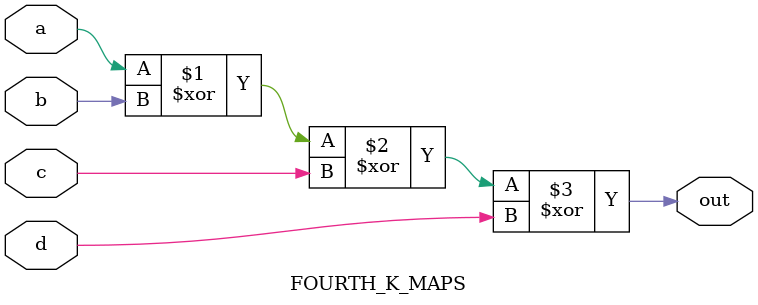
<source format=v>
module FOURTH_K_MAPS(
    input a,
    input b,
    input c,
    input d,
    output out  ); 
    xor(out,a,b,c,d);
endmodule


</source>
